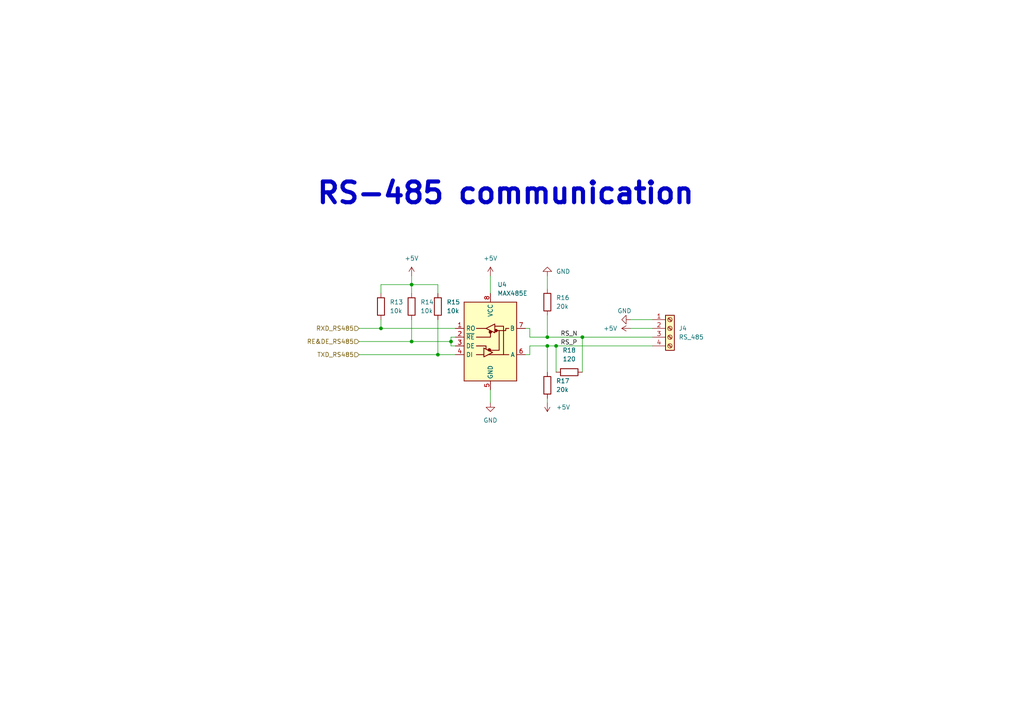
<source format=kicad_sch>
(kicad_sch (version 20230121) (generator eeschema)
  (paper "A4")
  (lib_symbols
    (symbol "+5V_1" (power) (pin_names (offset 0))
      (property "Value" "+5V_1" (at 0 3.556 0))
      (symbol "+5V_1_0_1"
        (polyline (pts (xy -0.762 1.27) (xy 0 2.54)))
        (polyline (pts (xy 0 0) (xy 0 2.54)))
        (polyline (pts (xy 0 2.54) (xy 0.762 1.27)))
      )
      (symbol "+5V_1_1_1"
        (pin power_in line (at 0 0 90) (length 0) hide (name "+5V") (number "1"))
      )
    )
    (symbol "+5V_2" (power) (pin_names (offset 0))
      (property "Value" "+5V_2" (at 0 3.556 0))
      (symbol "+5V_2_0_1"
        (polyline (pts (xy -0.762 1.27) (xy 0 2.54)))
        (polyline (pts (xy 0 0) (xy 0 2.54)))
        (polyline (pts (xy 0 2.54) (xy 0.762 1.27)))
      )
      (symbol "+5V_2_1_1"
        (pin power_in line (at 0 0 90) (length 0) hide (name "+5V") (number "1"))
      )
    )
    (symbol "+5V_3" (power) (pin_names (offset 0))
      (property "Value" "+5V_3" (at 0 3.556 0))
      (symbol "+5V_3_0_1"
        (polyline (pts (xy -0.762 1.27) (xy 0 2.54)))
        (polyline (pts (xy 0 0) (xy 0 2.54)))
        (polyline (pts (xy 0 2.54) (xy 0.762 1.27)))
      )
      (symbol "+5V_3_1_1"
        (pin power_in line (at 0 0 90) (length 0) hide (name "+5V") (number "1"))
      )
    )
    (symbol "Connector:Screw_Terminal_01x04" (pin_names (offset 1.016) hide)
      (property "Reference" "J" (at 0 5.08 0))
      (property "Value" "Screw_Terminal_01x04" (at 0 -7.62 0))
      (symbol "Screw_Terminal_01x04_1_1"
        (rectangle (start -1.27 3.81) (end 1.27 -6.35) (stroke (width 0.254)) (fill (type background)))
        (circle (center 0 -5.08) (radius 0.635) (stroke (width 0.1524)))
        (circle (center 0 -2.54) (radius 0.635) (stroke (width 0.1524)))
        (polyline (pts (xy -0.5334 -4.7498) (xy 0.3302 -5.588)) (stroke (width 0.1524)))
        (polyline (pts (xy -0.5334 -2.2098) (xy 0.3302 -3.048)) (stroke (width 0.1524)))
        (polyline (pts (xy -0.5334 0.3302) (xy 0.3302 -0.508)) (stroke (width 0.1524)))
        (polyline (pts (xy -0.5334 2.8702) (xy 0.3302 2.032)) (stroke (width 0.1524)))
        (polyline (pts (xy -0.3556 -4.572) (xy 0.508 -5.4102)) (stroke (width 0.1524)))
        (polyline (pts (xy -0.3556 -2.032) (xy 0.508 -2.8702)) (stroke (width 0.1524)))
        (polyline (pts (xy -0.3556 0.508) (xy 0.508 -0.3302)) (stroke (width 0.1524)))
        (polyline (pts (xy -0.3556 3.048) (xy 0.508 2.2098)) (stroke (width 0.1524)))
        (circle (center 0 0) (radius 0.635) (stroke (width 0.1524)))
        (circle (center 0 2.54) (radius 0.635) (stroke (width 0.1524)))
        (pin passive line (at -5.08 2.54 0) (length 3.81) (name "Pin_1") (number "1"))
        (pin passive line (at -5.08 0 0) (length 3.81) (name "Pin_2") (number "2"))
        (pin passive line (at -5.08 -2.54 0) (length 3.81) (name "Pin_3") (number "3"))
        (pin passive line (at -5.08 -5.08 0) (length 3.81) (name "Pin_4") (number "4"))
      )
    )
    (symbol "Device:R" (pin_numbers hide) (pin_names (offset 0))
      (property "Reference" "R" (at 2.032 0 90))
      (property "Value" "R" (at 0 0 90))
      (symbol "R_0_1"
        (rectangle (start -1.016 -2.54) (end 1.016 2.54) (stroke (width 0.254)))
      )
      (symbol "R_1_1"
        (pin passive line (at 0 3.81 270) (length 1.27) (name "~") (number "1"))
        (pin passive line (at 0 -3.81 90) (length 1.27) (name "~") (number "2"))
      )
    )
    (symbol "GND_1" (power) (pin_names (offset 0))
      (property "Value" "GND_1" (at 0 -3.81 0))
      (symbol "GND_1_0_1"
        (polyline (pts (xy 0 0) (xy 0 -1.27) (xy 1.27 -1.27) (xy 0 -2.54) (xy -1.27 -1.27) (xy 0 -1.27)))
      )
      (symbol "GND_1_1_1"
        (pin power_in line (at 0 0 270) (length 0) hide (name "GND") (number "1"))
      )
    )
    (symbol "Interface_UART:MAX485E"
      (property "Reference" "U" (at -6.096 11.43 0))
      (property "Value" "MAX485E" (at 0.762 11.43 0))
      (symbol "MAX485E_0_1"
        (rectangle (start -7.62 10.16) (end 7.62 -12.7) (stroke (width 0.254)) (fill (type background)))
        (circle (center -0.3048 -3.683) (radius 0.3556) (stroke (width 0.254)) (fill (type outline)))
        (circle (center -0.0254 1.4986) (radius 0.3556) (stroke (width 0.254)) (fill (type outline)))
        (polyline (pts (xy -4.064 -5.08) (xy -1.905 -5.08)) (stroke (width 0.254)))
        (polyline (pts (xy -4.064 2.54) (xy -1.27 2.54)) (stroke (width 0.254)))
        (polyline (pts (xy -1.27 -3.2004) (xy -1.27 -3.4544)) (stroke (width 0.254)))
        (polyline (pts (xy -0.635 -5.08) (xy 5.334 -5.08)) (stroke (width 0.254)))
        (polyline (pts (xy -4.064 -2.54) (xy -1.27 -2.54) (xy -1.27 -3.175)) (stroke (width 0.254)))
        (polyline (pts (xy 0 1.27) (xy 0 0) (xy -4.064 0)) (stroke (width 0.254)))
        (polyline (pts (xy 1.27 3.175) (xy 3.81 3.175) (xy 3.81 -5.08)) (stroke (width 0.254)))
        (polyline (pts (xy 2.54 1.905) (xy 2.54 -3.81) (xy 0 -3.81)) (stroke (width 0.254)))
        (polyline (pts (xy -1.905 -3.175) (xy -1.905 -5.715) (xy 0.635 -4.445) (xy -1.905 -3.175)) (stroke (width 0.254)))
        (polyline (pts (xy -1.27 2.54) (xy 1.27 3.81) (xy 1.27 1.27) (xy -1.27 2.54)) (stroke (width 0.254)))
        (polyline (pts (xy 1.905 1.905) (xy 4.445 1.905) (xy 4.445 2.54) (xy 5.334 2.54)) (stroke (width 0.254)))
        (rectangle (start 1.27 3.175) (end 1.27 3.175))
        (circle (center 1.651 1.905) (radius 0.3556) (stroke (width 0.254)) (fill (type outline)))
      )
      (symbol "MAX485E_1_1"
        (pin output line (at -10.16 2.54 0) (length 2.54) (name "RO") (number "1"))
        (pin input line (at -10.16 0 0) (length 2.54) (name "~{RE}") (number "2"))
        (pin input line (at -10.16 -2.54 0) (length 2.54) (name "DE") (number "3"))
        (pin input line (at -10.16 -5.08 0) (length 2.54) (name "DI") (number "4"))
        (pin power_in line (at 0 -15.24 90) (length 2.54) (name "GND") (number "5"))
        (pin bidirectional line (at 10.16 -5.08 180) (length 2.54) (name "A") (number "6"))
        (pin bidirectional line (at 10.16 2.54 180) (length 2.54) (name "B") (number "7"))
        (pin power_in line (at 0 12.7 270) (length 2.54) (name "VCC") (number "8"))
      )
    )
  )
  (junction (at 168.91 97.79))
  (junction (at 127 102.87))
  (junction (at 130.81 99.06))
  (junction (at 119.38 82.55))
  (junction (at 110.49 95.25))
  (junction (at 158.75 97.79))
  (junction (at 119.38 99.06))
  (junction (at 158.75 100.33))
  (junction (at 161.29 100.33))
  (wire (pts (xy 158.75 115.57) (xy 158.75 116.84)))
  (wire (pts (xy 168.91 107.95) (xy 168.91 97.79)))
  (wire (pts (xy 110.49 95.25) (xy 132.08 95.25)))
  (wire (pts (xy 104.14 99.06) (xy 119.38 99.06)))
  (wire (pts (xy 153.67 102.87) (xy 153.67 100.33)))
  (wire (pts (xy 127 92.71) (xy 127 102.87)))
  (wire (pts (xy 142.24 113.03) (xy 142.24 116.84)))
  (wire (pts (xy 168.91 97.79) (xy 189.23 97.79)))
  (wire (pts (xy 119.38 82.55) (xy 119.38 85.09)))
  (wire (pts (xy 158.75 80.01) (xy 158.75 83.82)))
  (wire (pts (xy 119.38 99.06) (xy 130.81 99.06)))
  (wire (pts (xy 158.75 97.79) (xy 168.91 97.79)))
  (wire (pts (xy 110.49 92.71) (xy 110.49 95.25)))
  (wire (pts (xy 142.24 80.01) (xy 142.24 85.09)))
  (wire (pts (xy 110.49 82.55) (xy 119.38 82.55)))
  (wire (pts (xy 153.67 97.79) (xy 153.67 95.25)))
  (wire (pts (xy 161.29 100.33) (xy 189.23 100.33)))
  (wire (pts (xy 182.88 95.25) (xy 189.23 95.25)))
  (wire (pts (xy 132.08 100.33) (xy 130.81 100.33)))
  (wire (pts (xy 104.14 102.87) (xy 127 102.87)))
  (wire (pts (xy 119.38 82.55) (xy 127 82.55)))
  (wire (pts (xy 152.4 102.87) (xy 153.67 102.87)))
  (wire (pts (xy 158.75 100.33) (xy 158.75 107.95)))
  (wire (pts (xy 127 102.87) (xy 132.08 102.87)))
  (wire (pts (xy 153.67 97.79) (xy 158.75 97.79)))
  (wire (pts (xy 127 85.09) (xy 127 82.55)))
  (wire (pts (xy 130.81 97.79) (xy 132.08 97.79)))
  (wire (pts (xy 110.49 85.09) (xy 110.49 82.55)))
  (wire (pts (xy 104.14 95.25) (xy 110.49 95.25)))
  (wire (pts (xy 130.81 99.06) (xy 130.81 97.79)))
  (wire (pts (xy 153.67 95.25) (xy 152.4 95.25)))
  (wire (pts (xy 158.75 100.33) (xy 161.29 100.33)))
  (wire (pts (xy 119.38 92.71) (xy 119.38 99.06)))
  (wire (pts (xy 130.81 100.33) (xy 130.81 99.06)))
  (wire (pts (xy 119.38 80.01) (xy 119.38 82.55)))
  (wire (pts (xy 158.75 91.44) (xy 158.75 97.79)))
  (wire (pts (xy 161.29 107.95) (xy 161.29 100.33)))
  (wire (pts (xy 182.88 92.71) (xy 189.23 92.71)))
  (wire (pts (xy 153.67 100.33) (xy 158.75 100.33)))
  (text "RS-485 communication " (at 91.44 59.69 0) (effects (font (size 6 6) (thickness 1.2) bold) (justify left bottom)))
  (label "RS_P" (at 162.56 100.33 0))
  (label "RS_N" (at 162.56 97.79 0))
  (hierarchical_label "RXD_RS485" (shape input) (at 104.14 95.25 180))
  (hierarchical_label "RE&DE_RS485" (shape input) (at 104.14 99.06 180))
  (hierarchical_label "TXD_RS485" (shape input) (at 104.14 102.87 180))
  (symbol (lib_name "GND_1") (lib_id "power:GND") (at 182.88 92.71 270) (unit 1)
    (property "Reference" "#PWR038" (effects hide))
    (property "Value" "GND" (at 179.07 90.17 90) (effects (justify left)))
  )
  (symbol (lib_id "Device:R") (at 165.1 107.95 90) (unit 1)
    (property "Reference" "R18" (at 165.1 101.6 90))
    (property "Value" "120" (at 165.1 104.14 90))
    (property "Footprint" "Resistor_SMD:R_0805_2012Metric_Pad1.20x1.40mm_HandSolder" (effects hide))
    (property "Cód. Proveedor" "RS3896130K" (effects hide))
    (property "Proveedor" "Elemon" (effects hide))
  )
  (symbol (lib_id "Device:R") (at 158.75 87.63 180) (unit 1)
    (property "Reference" "R16" (at 161.29 86.3599 0) (effects (justify right)))
    (property "Value" "20k" (at 161.29 88.8999 0) (effects (justify right)))
    (property "Footprint" "Resistor_SMD:R_0805_2012Metric_Pad1.20x1.40mm_HandSolder" (effects hide))
    (property "Cód. Proveedor" "20K 5% 0805 1/8W RES.SMD" (effects hide))
    (property "Proveedor" "Elemon" (effects hide))
  )
  (symbol (lib_name "+5V_2") (lib_id "power:+5V") (at 182.88 95.25 90) (unit 1)
    (property "Reference" "#PWR039" (effects hide))
    (property "Value" "+5V" (at 179.07 95.2499 90) (effects (justify left)))
  )
  (symbol (lib_name "+5V_3") (lib_id "power:+5V") (at 119.38 80.01 0) (unit 1)
    (property "Reference" "#PWR033" (effects hide))
    (property "Value" "+5V" (at 119.38 74.93 0))
  )
  (symbol (lib_id "Connector:Screw_Terminal_01x04") (at 194.31 95.25 0) (unit 1)
    (property "Reference" "J4" (at 196.85 95.2499 0) (effects (justify left)))
    (property "Value" "RS_485" (at 196.85 97.7899 0) (effects (justify left)))
    (property "Footprint" "Connector_JST:JST_XH_B4B-XH-A_1x04_P2.50mm_Vertical" (effects hide))
  )
  (symbol (lib_name "+5V_1") (lib_id "power:+5V") (at 142.24 80.01 0) (unit 1)
    (property "Reference" "#PWR034" (effects hide))
    (property "Value" "+5V" (at 142.24 74.93 0))
  )
  (symbol (lib_id "Device:R") (at 110.49 88.9 180) (unit 1)
    (property "Reference" "R13" (at 113.03 87.6299 0) (effects (justify right)))
    (property "Value" "10k" (at 113.03 90.1699 0) (effects (justify right)))
    (property "Footprint" "Resistor_SMD:R_0805_2012Metric_Pad1.20x1.40mm_HandSolder" (effects hide))
    (property "Cód. Proveedor" "0805S8J0103T5E 10K 5%" (effects hide))
    (property "Proveedor" "Elemon" (effects hide))
  )
  (symbol (lib_name "+5V_1") (lib_id "power:+5V") (at 158.75 116.84 180) (unit 1)
    (property "Reference" "#PWR037" (effects hide))
    (property "Value" "+5V" (at 161.29 118.1099 0) (effects (justify right)))
  )
  (symbol (lib_id "Device:R") (at 158.75 111.76 180) (unit 1)
    (property "Reference" "R17" (at 161.29 110.4899 0) (effects (justify right)))
    (property "Value" "20k" (at 161.29 113.0299 0) (effects (justify right)))
    (property "Footprint" "Resistor_SMD:R_0805_2012Metric_Pad1.20x1.40mm_HandSolder" (effects hide))
    (property "Cód. Proveedor" "20K 5% 0805 1/8W RES.SMD" (effects hide))
    (property "Proveedor" "Elemon" (effects hide))
  )
  (symbol (lib_name "GND_1") (lib_id "power:GND") (at 142.24 116.84 0) (unit 1)
    (property "Reference" "#PWR035" (effects hide))
    (property "Value" "GND" (at 142.24 121.92 0))
  )
  (symbol (lib_name "GND_1") (lib_id "power:GND") (at 158.75 80.01 180) (unit 1)
    (property "Reference" "#PWR036" (effects hide))
    (property "Value" "GND" (at 161.29 78.7399 0) (effects (justify right)))
  )
  (symbol (lib_id "Device:R") (at 119.38 88.9 180) (unit 1)
    (property "Reference" "R14" (at 121.92 87.6299 0) (effects (justify right)))
    (property "Value" "10k" (at 121.92 90.1699 0) (effects (justify right)))
    (property "Footprint" "Resistor_SMD:R_0805_2012Metric_Pad1.20x1.40mm_HandSolder" (effects hide))
    (property "Cód. Proveedor" "0805S8J0103T5E 10K 5%" (effects hide))
    (property "Proveedor" "Elemon" (effects hide))
  )
  (symbol (lib_id "Interface_UART:MAX485E") (at 142.24 97.79 0) (unit 1)
    (property "Reference" "U4" (at 144.2594 82.55 0) (effects (justify left)))
    (property "Value" "MAX485E" (at 144.2594 85.09 0) (effects (justify left)))
    (property "Footprint" "Package_SO:SOP-8_3.9x4.9mm_P1.27mm" (effects hide))
    (property "Datasheet" "https://datasheets.maximintegrated.com/en/ds/MAX1487E-MAX491E.pdf" (effects hide))
  )
  (symbol (lib_id "Device:R") (at 127 88.9 180) (unit 1)
    (property "Reference" "R15" (at 129.54 87.6299 0) (effects (justify right)))
    (property "Value" "10k" (at 129.54 90.1699 0) (effects (justify right)))
    (property "Footprint" "Resistor_SMD:R_0805_2012Metric_Pad1.20x1.40mm_HandSolder" (effects hide))
    (property "Cód. Proveedor" "0805S8J0103T5E 10K 5%" (effects hide))
    (property "Proveedor" "Elemon" (effects hide))
  )
)
</source>
